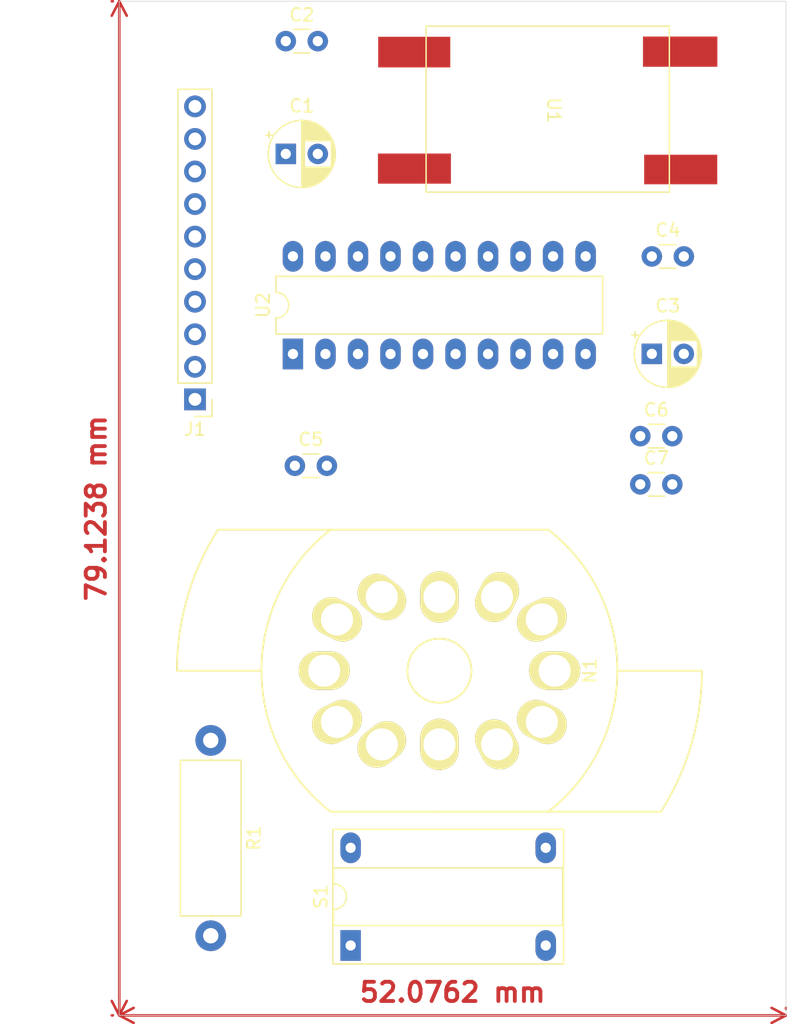
<source format=kicad_pcb>
(kicad_pcb (version 20240108) (generator "pcbnew") (generator_version "8.0")
  (title_block (title "Nixie Tube Clock - prototype") (company "Wholly Unnecessary Technologoes (WUT)"))
  (layers (0 "F.Cu" signal) (31 "B.Cu" signal) (35 "F.Paste" user) (36 "B.SilkS" user "B.Silkscreen") (37 "F.SilkS" user "F.Silkscreen") (38 "B.Mask" user) (39 "F.Mask" user) (44 "Edge.Cuts" user))
  (net 0 "")
  (net 1 "GND")
  (net 2 "Net-(J1-Pin_10)")
  (net 3 "Net-(S1-LV_IN)")
  (net 4 "Net-(J1-Pin_4)")
  (net 5 "Net-(J1-Pin_3)")
  (net 6 "Net-(J1-Pin_5)")
  (net 9 "Net-(J1-Pin_1)")
  (net 10 "Net-(J1-Pin_2)")
  (net 13 "Net-(N1-D5)")
  (net 14 "Net-(N1-D7)")
  (net 15 "Net-(N1-D3)")
  (net 16 "Net-(N1-A)")
  (net 19 "Net-(N1-D6)")
  (net 20 "Net-(N1-D0)")
  (net 21 "Net-(N1-D2)")
  (net 22 "Net-(N1-D1)")
  (net 23 "Net-(N1-D4)")
  (net 25 "Net-(S1-HV_OUT)")
  (footprint "Capacitor_THT:CP_Radial_D5.0mm_P2.50mm" (layer "F.Cu") (at 95.65 103.43)
    (property "Reference" "C1" (at 1.25 -3.75 0) (layer "F.SilkS"))
    (property "Value" "C")
    (fp_line (start -1.554775 -1.475) (end -1.054775 -1.475) (stroke (width 0.12)) (layer "F.SilkS"))
    (fp_line (start -1.304775 -1.725) (end -1.304775 -1.225) (stroke (width 0.12)) (layer "F.SilkS"))
    (fp_line (start 1.25 -2.58) (end 1.25 2.58) (stroke (width 0.12)) (layer "F.SilkS"))
    (fp_line (start 1.29 -2.58) (end 1.29 2.58) (stroke (width 0.12)) (layer "F.SilkS"))
    (fp_line (start 1.33 -2.579) (end 1.33 2.579) (stroke (width 0.12)) (layer "F.SilkS"))
    (fp_line (start 1.37 -2.578) (end 1.37 2.578) (stroke (width 0.12)) (layer "F.SilkS"))
    (fp_line (start 1.41 -2.576) (end 1.41 2.576) (stroke (width 0.12)) (layer "F.SilkS"))
    (fp_line (start 1.45 -2.573) (end 1.45 2.573) (stroke (width 0.12)) (layer "F.SilkS"))
    (fp_line (start 1.49 -2.569) (end 1.49 -1.04) (stroke (width 0.12)) (layer "F.SilkS"))
    (fp_line (start 1.49 1.04) (end 1.49 2.569) (stroke (width 0.12)) (layer "F.SilkS"))
    (fp_line (start 1.53 -2.565) (end 1.53 -1.04) (stroke (width 0.12)) (layer "F.SilkS"))
    (fp_line (start 1.53 1.04) (end 1.53 2.565) (stroke (width 0.12)) (layer "F.SilkS"))
    (fp_line (start 1.57 -2.561) (end 1.57 -1.04) (stroke (width 0.12)) (layer "F.SilkS"))
    (fp_line (start 1.57 1.04) (end 1.57 2.561) (stroke (width 0.12)) (layer "F.SilkS"))
    (fp_line (start 1.61 -2.556) (end 1.61 -1.04) (stroke (width 0.12)) (layer "F.SilkS"))
    (fp_line (start 1.61 1.04) (end 1.61 2.556) (stroke (width 0.12)) (layer "F.SilkS"))
    (fp_line (start 1.65 -2.55) (end 1.65 -1.04) (stroke (width 0.12)) (layer "F.SilkS"))
    (fp_line (start 1.65 1.04) (end 1.65 2.55) (stroke (width 0.12)) (layer "F.SilkS"))
    (fp_line (start 1.69 -2.543) (end 1.69 -1.04) (stroke (width 0.12)) (layer "F.SilkS"))
    (fp_line (start 1.69 1.04) (end 1.69 2.543) (stroke (width 0.12)) (layer "F.SilkS"))
    (fp_line (start 1.73 -2.536) (end 1.73 -1.04) (stroke (width 0.12)) (layer "F.SilkS"))
    (fp_line (start 1.73 1.04) (end 1.73 2.536) (stroke (width 0.12)) (layer "F.SilkS"))
    (fp_line (start 1.77 -2.528) (end 1.77 -1.04) (stroke (width 0.12)) (layer "F.SilkS"))
    (fp_line (start 1.77 1.04) (end 1.77 2.528) (stroke (width 0.12)) (layer "F.SilkS"))
    (fp_line (start 1.81 -2.52) (end 1.81 -1.04) (stroke (width 0.12)) (layer "F.SilkS"))
    (fp_line (start 1.81 1.04) (end 1.81 2.52) (stroke (width 0.12)) (layer "F.SilkS"))
    (fp_line (start 1.85 -2.511) (end 1.85 -1.04) (stroke (width 0.12)) (layer "F.SilkS"))
    (fp_line (start 1.85 1.04) (end 1.85 2.511) (stroke (width 0.12)) (layer "F.SilkS"))
    (fp_line (start 1.89 -2.501) (end 1.89 -1.04) (stroke (width 0.12)) (layer "F.SilkS"))
    (fp_line (start 1.89 1.04) (end 1.89 2.501) (stroke (width 0.12)) (layer "F.SilkS"))
    (fp_line (start 1.93 -2.491) (end 1.93 -1.04) (stroke (width 0.12)) (layer "F.SilkS"))
    (fp_line (start 1.93 1.04) (end 1.93 2.491) (stroke (width 0.12)) (layer "F.SilkS"))
    (fp_line (start 1.971 -2.48) (end 1.971 -1.04) (stroke (width 0.12)) (layer "F.SilkS"))
    (fp_line (start 1.971 1.04) (end 1.971 2.48) (stroke (width 0.12)) (layer "F.SilkS"))
    (fp_line (start 2.011 -2.468) (end 2.011 -1.04) (stroke (width 0.12)) (layer "F.SilkS"))
    (fp_line (start 2.011 1.04) (end 2.011 2.468) (stroke (width 0.12)) (layer "F.SilkS"))
    (fp_line (start 2.051 -2.455) (end 2.051 -1.04) (stroke (width 0.12)) (layer "F.SilkS"))
    (fp_line (start 2.051 1.04) (end 2.051 2.455) (stroke (width 0.12)) (layer "F.SilkS"))
    (fp_line (start 2.091 -2.442) (end 2.091 -1.04) (stroke (width 0.12)) (layer "F.SilkS"))
    (fp_line (start 2.091 1.04) (end 2.091 2.442) (stroke (width 0.12)) (layer "F.SilkS"))
    (fp_line (start 2.131 -2.428) (end 2.131 -1.04) (stroke (width 0.12)) (layer "F.SilkS"))
    (fp_line (start 2.131 1.04) (end 2.131 2.428) (stroke (width 0.12)) (layer "F.SilkS"))
    (fp_line (start 2.171 -2.414) (end 2.171 -1.04) (stroke (width 0.12)) (layer "F.SilkS"))
    (fp_line (start 2.171 1.04) (end 2.171 2.414) (stroke (width 0.12)) (layer "F.SilkS"))
    (fp_line (start 2.211 -2.398) (end 2.211 -1.04) (stroke (width 0.12)) (layer "F.SilkS"))
    (fp_line (start 2.211 1.04) (end 2.211 2.398) (stroke (width 0.12)) (layer "F.SilkS"))
    (fp_line (start 2.251 -2.382) (end 2.251 -1.04) (stroke (width 0.12)) (layer "F.SilkS"))
    (fp_line (start 2.251 1.04) (end 2.251 2.382) (stroke (width 0.12)) (layer "F.SilkS"))
    (fp_line (start 2.291 -2.365) (end 2.291 -1.04) (stroke (width 0.12)) (layer "F.SilkS"))
    (fp_line (start 2.291 1.04) (end 2.291 2.365) (stroke (width 0.12)) (layer "F.SilkS"))
    (fp_line (start 2.331 -2.348) (end 2.331 -1.04) (stroke (width 0.12)) (layer "F.SilkS"))
    (fp_line (start 2.331 1.04) (end 2.331 2.348) (stroke (width 0.12)) (layer "F.SilkS"))
    (fp_line (start 2.371 -2.329) (end 2.371 -1.04) (stroke (width 0.12)) (layer "F.SilkS"))
    (fp_line (start 2.371 1.04) (end 2.371 2.329) (stroke (width 0.12)) (layer "F.SilkS"))
    (fp_line (start 2.411 -2.31) (end 2.411 -1.04) (stroke (width 0.12)) (layer "F.SilkS"))
    (fp_line (start 2.411 1.04) (end 2.411 2.31) (stroke (width 0.12)) (layer "F.SilkS"))
    (fp_line (start 2.451 -2.29) (end 2.451 -1.04) (stroke (width 0.12)) (layer "F.SilkS"))
    (fp_line (start 2.451 1.04) (end 2.451 2.29) (stroke (width 0.12)) (layer "F.SilkS"))
    (fp_line (start 2.491 -2.268) (end 2.491 -1.04) (stroke (width 0.12)) (layer "F.SilkS"))
    (fp_line (start 2.491 1.04) (end 2.491 2.268) (stroke (width 0.12)) (layer "F.SilkS"))
    (fp_line (start 2.531 -2.247) (end 2.531 -1.04) (stroke (width 0.12)) (layer "F.SilkS"))
    (fp_line (start 2.531 1.04) (end 2.531 2.247) (stroke (width 0.12)) (layer "F.SilkS"))
    (fp_line (start 2.571 -2.224) (end 2.571 -1.04) (stroke (width 0.12)) (layer "F.SilkS"))
    (fp_line (start 2.571 1.04) (end 2.571 2.224) (stroke (width 0.12)) (layer "F.SilkS"))
    (fp_line (start 2.611 -2.2) (end 2.611 -1.04) (stroke (width 0.12)) (layer "F.SilkS"))
    (fp_line (start 2.611 1.04) (end 2.611 2.2) (stroke (width 0.12)) (layer "F.SilkS"))
    (fp_line (start 2.651 -2.175) (end 2.651 -1.04) (stroke (width 0.12)) (layer "F.SilkS"))
    (fp_line (start 2.651 1.04) (end 2.651 2.175) (stroke (width 0.12)) (layer "F.SilkS"))
    (fp_line (start 2.691 -2.149) (end 2.691 -1.04) (stroke (width 0.12)) (layer "F.SilkS"))
    (fp_line (start 2.691 1.04) (end 2.691 2.149) (stroke (width 0.12)) (layer "F.SilkS"))
    (fp_line (start 2.731 -2.122) (end 2.731 -1.04) (stroke (width 0.12)) (layer "F.SilkS"))
    (fp_line (start 2.731 1.04) (end 2.731 2.122) (stroke (width 0.12)) (layer "F.SilkS"))
    (fp_line (start 2.771 -2.095) (end 2.771 -1.04) (stroke (width 0.12)) (layer "F.SilkS"))
    (fp_line (start 2.771 1.04) (end 2.771 2.095) (stroke (width 0.12)) (layer "F.SilkS"))
    (fp_line (start 2.811 -2.065) (end 2.811 -1.04) (stroke (width 0.12)) (layer "F.SilkS"))
    (fp_line (start 2.811 1.04) (end 2.811 2.065) (stroke (width 0.12)) (layer "F.SilkS"))
    (fp_line (start 2.851 -2.035) (end 2.851 -1.04) (stroke (width 0.12)) (layer "F.SilkS"))
    (fp_line (start 2.851 1.04) (end 2.851 2.035) (stroke (width 0.12)) (layer "F.SilkS"))
    (fp_line (start 2.891 -2.004) (end 2.891 -1.04) (stroke (width 0.12)) (layer "F.SilkS"))
    (fp_line (start 2.891 1.04) (end 2.891 2.004) (stroke (width 0.12)) (layer "F.SilkS"))
    (fp_line (start 2.931 -1.971) (end 2.931 -1.04) (stroke (width 0.12)) (layer "F.SilkS"))
    (fp_line (start 2.931 1.04) (end 2.931 1.971) (stroke (width 0.12)) (layer "F.SilkS"))
    (fp_line (start 2.971 -1.937) (end 2.971 -1.04) (stroke (width 0.12)) (layer "F.SilkS"))
    (fp_line (start 2.971 1.04) (end 2.971 1.937) (stroke (width 0.12)) (layer "F.SilkS"))
    (fp_line (start 3.011 -1.901) (end 3.011 -1.04) (stroke (width 0.12)) (layer "F.SilkS"))
    (fp_line (start 3.011 1.04) (end 3.011 1.901) (stroke (width 0.12)) (layer "F.SilkS"))
    (fp_line (start 3.051 -1.864) (end 3.051 -1.04) (stroke (width 0.12)) (layer "F.SilkS"))
    (fp_line (start 3.051 1.04) (end 3.051 1.864) (stroke (width 0.12)) (layer "F.SilkS"))
    (fp_line (start 3.091 -1.826) (end 3.091 -1.04) (stroke (width 0.12)) (layer "F.SilkS"))
    (fp_line (start 3.091 1.04) (end 3.091 1.826) (stroke (width 0.12)) (layer "F.SilkS"))
    (fp_line (start 3.131 -1.785) (end 3.131 -1.04) (stroke (width 0.12)) (layer "F.SilkS"))
    (fp_line (start 3.131 1.04) (end 3.131 1.785) (stroke (width 0.12)) (layer "F.SilkS"))
    (fp_line (start 3.171 -1.743) (end 3.171 -1.04) (stroke (width 0.12)) (layer "F.SilkS"))
    (fp_line (start 3.171 1.04) (end 3.171 1.743) (stroke (width 0.12)) (layer "F.SilkS"))
    (fp_line (start 3.211 -1.699) (end 3.211 -1.04) (stroke (width 0.12)) (layer "F.SilkS"))
    (fp_line (start 3.211 1.04) (end 3.211 1.699) (stroke (width 0.12)) (layer "F.SilkS"))
    (fp_line (start 3.251 -1.653) (end 3.251 -1.04) (stroke (width 0.12)) (layer "F.SilkS"))
    (fp_line (start 3.251 1.04) (end 3.251 1.653) (stroke (width 0.12)) (layer "F.SilkS"))
    (fp_line (start 3.291 -1.605) (end 3.291 -1.04) (stroke (width 0.12)) (layer "F.SilkS"))
    (fp_line (start 3.291 1.04) (end 3.291 1.605) (stroke (width 0.12)) (layer "F.SilkS"))
    (fp_line (start 3.331 -1.554) (end 3.331 -1.04) (stroke (width 0.12)) (layer "F.SilkS"))
    (fp_line (start 3.331 1.04) (end 3.331 1.554) (stroke (width 0.12)) (layer "F.SilkS"))
    (fp_line (start 3.371 -1.5) (end 3.371 -1.04) (stroke (width 0.12)) (layer "F.SilkS"))
    (fp_line (start 3.371 1.04) (end 3.371 1.5) (stroke (width 0.12)) (layer "F.SilkS"))
    (fp_line (start 3.411 -1.443) (end 3.411 -1.04) (stroke (width 0.12)) (layer "F.SilkS"))
    (fp_line (start 3.411 1.04) (end 3.411 1.443) (stroke (width 0.12)) (layer "F.SilkS"))
    (fp_line (start 3.451 -1.383) (end 3.451 -1.04) (stroke (width 0.12)) (layer "F.SilkS"))
    (fp_line (start 3.451 1.04) (end 3.451 1.383) (stroke (width 0.12)) (layer "F.SilkS"))
    (fp_line (start 3.491 -1.319) (end 3.491 -1.04) (stroke (width 0.12)) (layer "F.SilkS"))
    (fp_line (start 3.491 1.04) (end 3.491 1.319) (stroke (width 0.12)) (layer "F.SilkS"))
    (fp_line (start 3.531 -1.251) (end 3.531 -1.04) (stroke (width 0.12)) (layer "F.SilkS"))
    (fp_line (start 3.531 1.04) (end 3.531 1.251) (stroke (width 0.12)) (layer "F.SilkS"))
    (fp_line (start 3.571 -1.178) (end 3.571 1.178) (stroke (width 0.12)) (layer "F.SilkS"))
    (fp_line (start 3.611 -1.098) (end 3.611 1.098) (stroke (width 0.12)) (layer "F.SilkS"))
    (fp_line (start 3.651 -1.011) (end 3.651 1.011) (stroke (width 0.12)) (layer "F.SilkS"))
    (fp_line (start 3.691 -0.915) (end 3.691 0.915) (stroke (width 0.12)) (layer "F.SilkS"))
    (fp_line (start 3.731 -0.805) (end 3.731 0.805) (stroke (width 0.12)) (layer "F.SilkS"))
    (fp_line (start 3.771 -0.677) (end 3.771 0.677) (stroke (width 0.12)) (layer "F.SilkS"))
    (fp_line (start 3.811 -0.518) (end 3.811 0.518) (stroke (width 0.12)) (layer "F.SilkS"))
    (fp_line (start 3.851 -0.284) (end 3.851 0.284) (stroke (width 0.12)) (layer "F.SilkS"))
    (fp_circle (center 1.25 0) (end 3.87 0) (stroke (width 0.12)) (fill none) (layer "F.SilkS"))
    (pad "1" thru_hole rect (at 0 0) (size 1.6 1.6) (drill 0.8) (layers "*.Cu" "*.Mask") (net 2 "Net-(J1-Pin_10)"))
    (pad "2" thru_hole circle (at 2.5 0) (size 1.6 1.6) (drill 0.8) (layers "*.Cu" "*.Mask") (net 1 "GND"))
  )
  (footprint "Capacitor_THT:C_Disc_D3.0mm_W1.6mm_P2.50mm" (layer "F.Cu") (at 96.36 127.76)
    (property "Reference" "C5" (at 1.25 -2.05 0) (layer "F.SilkS"))
    (property "Value" "C")
    (fp_line (start 0.621 -0.92) (end 1.879 -0.92) (stroke (width 0.12)) (layer "F.SilkS"))
    (fp_line (start 0.621 0.92) (end 1.879 0.92) (stroke (width 0.12)) (layer "F.SilkS"))
    (pad "1" thru_hole circle (at 0 0) (size 1.6 1.6) (drill 0.8) (layers "*.Cu" "*.Mask") (net 2 "Net-(J1-Pin_10)"))
    (pad "2" thru_hole circle (at 2.5 0) (size 1.6 1.6) (drill 0.8) (layers "*.Cu" "*.Mask") (net 1 "GND"))
  )
  (footprint "Capacitor_THT:C_Disc_D3.0mm_W1.6mm_P2.50mm" (layer "F.Cu") (at 123.34 125.45)
    (property "Reference" "C6" (at 1.25 -2.05 0) (layer "F.SilkS"))
    (property "Value" "C")
    (fp_line (start 0.621 -0.92) (end 1.879 -0.92) (stroke (width 0.12)) (layer "F.SilkS"))
    (fp_line (start 0.621 0.92) (end 1.879 0.92) (stroke (width 0.12)) (layer "F.SilkS"))
    (pad "1" thru_hole circle (at 0 0) (size 1.6 1.6) (drill 0.8) (layers "*.Cu" "*.Mask") (net 2 "Net-(J1-Pin_10)"))
    (pad "2" thru_hole circle (at 2.5 0) (size 1.6 1.6) (drill 0.8) (layers "*.Cu" "*.Mask") (net 1 "GND"))
  )
  (footprint "NixComp:NCH8200HV_Socket_LongPads" (layer "F.Cu") (at 100.715 165.19 90)
    (property "Reference" "S1" (at 3.81 -2.33 90) (layer "F.SilkS"))
    (property "Value" "~")
    (fp_line (start 9.06 -1.39) (end -1.44 -1.39) (stroke (width 0.12)) (layer "F.SilkS"))
    (fp_line (start -1.44 -1.39) (end -1.44 16.63) (stroke (width 0.12)) (layer "F.SilkS"))
    (fp_line (start 6.06 -1.33) (end 4.81 -1.33) (stroke (width 0.12)) (layer "F.SilkS"))
    (fp_line (start 2.81 -1.33) (end 1.56 -1.33) (stroke (width 0.12)) (layer "F.SilkS"))
    (fp_line (start 1.56 -1.33) (end 1.56 16.57) (stroke (width 0.12)) (layer "F.SilkS"))
    (fp_line (start 6.06 16.57) (end 6.06 -1.33) (stroke (width 0.12)) (layer "F.SilkS"))
    (fp_line (start 1.56 16.57) (end 6.06 16.57) (stroke (width 0.12)) (layer "F.SilkS"))
    (fp_line (start 9.06 16.63) (end 9.06 -1.39) (stroke (width 0.12)) (layer "F.SilkS"))
    (fp_line (start -1.44 16.63) (end 9.06 16.63) (stroke (width 0.12)) (layer "F.SilkS"))
    (fp_arc (start 4.81 -1.33) (mid 3.81 -0.33) (end 2.81 -1.33) (stroke (width 0.12)) (layer "F.SilkS"))
    (pad "1" thru_hole rect (at 0 0 90) (size 2.4 1.6) (drill 0.8) (layers "*.Cu" "*.Mask") (net 3 "Net-(S1-LV_IN)"))
    (pad "2" thru_hole oval (at 0 15.24 90) (size 2.4 1.6) (drill 0.8) (layers "*.Cu" "*.Mask") (net 1 "GND"))
    (pad "3" thru_hole oval (at 7.62 15.24 90) (size 2.4 1.6) (drill 0.8) (layers "*.Cu" "*.Mask") (net 1 "GND"))
    (pad "4" thru_hole oval (at 7.62 0 90) (size 2.4 1.6) (drill 0.8) (layers "*.Cu" "*.Mask") (net 25 "Net-(S1-HV_OUT)"))
  )
  (footprint "Connector_PinHeader_2.54mm:PinHeader_1x10_P2.54mm_Vertical" (layer "F.Cu") (at 88.56 122.58 180)
    (property "Reference" "J1" (at 0 -2.33 0) (layer "F.SilkS"))
    (property "Value" "Conn_01x10_Pin")
    (fp_line (start 1.33 1.27) (end 1.33 24.19) (stroke (width 0.12)) (layer "F.SilkS"))
    (fp_line (start -1.33 24.19) (end 1.33 24.19) (stroke (width 0.12)) (layer "F.SilkS"))
    (fp_line (start -1.33 1.27) (end 1.33 1.27) (stroke (width 0.12)) (layer "F.SilkS"))
    (fp_line (start -1.33 1.27) (end -1.33 24.19) (stroke (width 0.12)) (layer "F.SilkS"))
    (fp_line (start -1.33 0) (end -1.33 -1.33) (stroke (width 0.12)) (layer "F.SilkS"))
    (fp_line (start -1.33 -1.33) (end 0 -1.33) (stroke (width 0.12)) (layer "F.SilkS"))
    (pad "1" thru_hole rect (at 0 0 180) (size 1.7 1.7) (drill 1) (layers "*.Cu" "*.Mask") (net 9 "Net-(J1-Pin_1)"))
    (pad "2" thru_hole oval (at 0 2.54 180) (size 1.7 1.7) (drill 1) (layers "*.Cu" "*.Mask") (net 10 "Net-(J1-Pin_2)"))
    (pad "3" thru_hole oval (at 0 5.08 180) (size 1.7 1.7) (drill 1) (layers "*.Cu" "*.Mask") (net 5 "Net-(J1-Pin_3)"))
    (pad "4" thru_hole oval (at 0 7.62 180) (size 1.7 1.7) (drill 1) (layers "*.Cu" "*.Mask") (net 4 "Net-(J1-Pin_4)"))
    (pad "5" thru_hole oval (at 0 10.16 180) (size 1.7 1.7) (drill 1) (layers "*.Cu" "*.Mask") (net 6 "Net-(J1-Pin_5)"))
    (pad "6" thru_hole oval (at 0 12.7 180) (size 1.7 1.7) (drill 1) (layers "*.Cu" "*.Mask"))
    (pad "7" thru_hole oval (at 0 15.24 180) (size 1.7 1.7) (drill 1) (layers "*.Cu" "*.Mask"))
    (pad "8" thru_hole oval (at 0 17.78 180) (size 1.7 1.7) (drill 1) (layers "*.Cu" "*.Mask"))
    (pad "9" thru_hole oval (at 0 20.32 180) (size 1.7 1.7) (drill 1) (layers "*.Cu" "*.Mask") (net 2 "Net-(J1-Pin_10)"))
    (pad "10" thru_hole oval (at 0 22.86 180) (size 1.7 1.7) (drill 1) (layers "*.Cu" "*.Mask") (net 2 "Net-(J1-Pin_10)"))
  )
  (footprint "Capacitor_THT:C_Disc_D3.0mm_W1.6mm_P2.50mm" (layer "F.Cu") (at 95.65 94.63)
    (property "Reference" "C2" (at 1.25 -2.05 0) (layer "F.SilkS"))
    (property "Value" "C")
    (fp_line (start 0.621 -0.92) (end 1.879 -0.92) (stroke (width 0.12)) (layer "F.SilkS"))
    (fp_line (start 0.621 0.92) (end 1.879 0.92) (stroke (width 0.12)) (layer "F.SilkS"))
    (pad "1" thru_hole circle (at 0 0) (size 1.6 1.6) (drill 0.8) (layers "*.Cu" "*.Mask") (net 2 "Net-(J1-Pin_10)"))
    (pad "2" thru_hole circle (at 2.5 0) (size 1.6 1.6) (drill 0.8) (layers "*.Cu" "*.Mask") (net 1 "GND"))
  )
  (footprint "NixComp:IN_12B_Socket" (layer "F.Cu") (at 107.65 143.75 90)
    (property "Reference" "N1" (at 0 11.75 90) (layer "F.SilkS"))
    (property "Value" "~")
    (fp_line (start 0 -20.5) (end 0 -14) (stroke (width 0.15)) (layer "F.SilkS"))
    (fp_line (start 11 -17.3) (end 11 -8.5) (stroke (width 0.15)) (layer "F.SilkS"))
    (fp_line (start 11 0) (end 11 -8.5) (stroke (width 0.15)) (layer "F.SilkS"))
    (fp_line (start 11 0) (end 11 8.5) (stroke (width 0.15)) (layer "F.SilkS"))
    (fp_line (start -11 0) (end -11 -8.5) (stroke (width 0.15)) (layer "F.SilkS"))
    (fp_line (start -11 0) (end -11 8.5) (stroke (width 0.15)) (layer "F.SilkS"))
    (fp_line (start -11 17.3) (end -11 8.5) (stroke (width 0.15)) (layer "F.SilkS"))
    (fp_line (start 0 20.5) (end 0 14) (stroke (width 0.15)) (layer "F.SilkS"))
    (fp_arc (start 0 -20.5) (mid 5.684951 -19.695973) (end 10.923964 -17.34696) (stroke (width 0.15)) (layer "F.SilkS"))
    (fp_arc (start -11 -8.5) (mid 0.010734 -13.901435) (end 11.013113 -8.483003) (stroke (width 0.15)) (layer "F.SilkS"))
    (fp_arc (start 11 8.5) (mid -0.010734 13.901435) (end -11.013113 8.483003) (stroke (width 0.15)) (layer "F.SilkS"))
    (fp_arc (start 0 20.5) (mid -5.702136 19.691004) (end -10.954223 17.327868) (stroke (width 0.15)) (layer "F.SilkS"))
    (fp_circle (center 0 0) (end 2.5 0) (stroke (width 0.15)) (fill none) (layer "F.SilkS"))
    (pad "1" thru_hole oval (at 4 -8 63.4) (size 3 4) (drill 2.5) (layers "*.Cu" "*.Mask" "F.SilkS") (net 16 "Net-(N1-A)"))
    (pad "2" thru_hole oval (at 5.75 -4.5 52) (size 3 4) (drill 2.5) (layers "*.Cu" "*.Mask" "F.SilkS") (net 20 "Net-(N1-D0)"))
    (pad "3" thru_hole oval (at 5.75 0) (size 3 4) (drill 2.5) (layers "*.Cu" "*.Mask" "F.SilkS"))
    (pad "4" thru_hole oval (at 5.75 4.5 333.4) (size 3 4) (drill 2.5) (layers "*.Cu" "*.Mask" "F.SilkS"))
    (pad "5" thru_hole oval (at 4 8 296.6) (size 3 4) (drill 2.5) (layers "*.Cu" "*.Mask" "F.SilkS") (net 14 "Net-(N1-D7)"))
    (pad "6" thru_hole oval (at 0 9 90) (size 3 4) (drill 2.5) (layers "*.Cu" "*.Mask" "F.SilkS") (net 19 "Net-(N1-D6)"))
    (pad "7" thru_hole oval (at -4 8 243.4) (size 3 4) (drill 2.5) (layers "*.Cu" "*.Mask" "F.SilkS") (net 13 "Net-(N1-D5)"))
    (pad "8" thru_hole oval (at -5.75 4.5 206.6) (size 3 4) (drill 2.5) (layers "*.Cu" "*.Mask" "F.SilkS") (net 23 "Net-(N1-D4)"))
    (pad "9" thru_hole oval (at -5.75 0 180) (size 3 4) (drill 2.5) (layers "*.Cu" "*.Mask" "F.SilkS") (net 15 "Net-(N1-D3)"))
    (pad "10" thru_hole oval (at -5.75 -4.5 128) (size 3 4) (drill 2.5) (layers "*.Cu" "*.Mask" "F.SilkS") (net 21 "Net-(N1-D2)"))
    (pad "11" thru_hole oval (at -4 -8 116.6) (size 3 4) (drill 2.5) (layers "*.Cu" "*.Mask" "F.SilkS") (net 22 "Net-(N1-D1)"))
    (pad "12" thru_hole oval (at 0 -9 90) (size 3 4) (drill 2.5) (layers "*.Cu" "*.Mask" "F.SilkS"))
  )
  (footprint "Resistor_THT:R_Axial_DIN0414_L11.9mm_D4.5mm_P15.24mm_Horizontal" (layer "F.Cu") (at 89.79 149.19 -90)
    (property "Reference" "R1" (at 7.62 -3.37 90) (layer "F.SilkS"))
    (property "Value" "R")
    (fp_line (start 1.55 2.37) (end 13.69 2.37) (stroke (width 0.12)) (layer "F.SilkS"))
    (fp_line (start 13.69 2.37) (end 13.69 -2.37) (stroke (width 0.12)) (layer "F.SilkS"))
    (fp_line (start 1.44 0) (end 1.55 0) (stroke (width 0.12)) (layer "F.SilkS"))
    (fp_line (start 13.8 0) (end 13.69 0) (stroke (width 0.12)) (layer "F.SilkS"))
    (fp_line (start 1.55 -2.37) (end 1.55 2.37) (stroke (width 0.12)) (layer "F.SilkS"))
    (fp_line (start 13.69 -2.37) (end 1.55 -2.37) (stroke (width 0.12)) (layer "F.SilkS"))
    (pad "1" thru_hole circle (at 0 0 270) (size 2.4 2.4) (drill 1.2) (layers "*.Cu" "*.Mask") (net 16 "Net-(N1-A)"))
    (pad "2" thru_hole oval (at 15.24 0 270) (size 2.4 2.4) (drill 1.2) (layers "*.Cu" "*.Mask") (net 25 "Net-(S1-HV_OUT)"))
  )
  (footprint "Package_DIP:DIP-20_W7.62mm_LongPads" (layer "F.Cu") (at 96.21 119.04 90)
    (property "Reference" "U2" (at 3.81 -2.33 90) (layer "F.SilkS"))
    (property "Value" "TPIC6595")
    (fp_line (start 6.06 -1.33) (end 4.81 -1.33) (stroke (width 0.12)) (layer "F.SilkS"))
    (fp_line (start 2.81 -1.33) (end 1.56 -1.33) (stroke (width 0.12)) (layer "F.SilkS"))
    (fp_line (start 1.56 -1.33) (end 1.56 24.19) (stroke (width 0.12)) (layer "F.SilkS"))
    (fp_line (start 6.06 24.19) (end 6.06 -1.33) (stroke (width 0.12)) (layer "F.SilkS"))
    (fp_line (start 1.56 24.19) (end 6.06 24.19) (stroke (width 0.12)) (layer "F.SilkS"))
    (fp_arc (start 4.81 -1.33) (mid 3.81 -0.33) (end 2.81 -1.33) (stroke (width 0.12)) (layer "F.SilkS"))
    (pad "1" thru_hole rect (at 0 0 90) (size 2.4 1.6) (drill 0.8) (layers "*.Cu" "*.Mask") (net 1 "GND"))
    (pad "2" thru_hole oval (at 0 2.54 90) (size 2.4 1.6) (drill 0.8) (layers "*.Cu" "*.Mask") (net 3 "Net-(S1-LV_IN)"))
    (pad "3" thru_hole oval (at 0 5.08 90) (size 2.4 1.6) (drill 0.8) (layers "*.Cu" "*.Mask") (net 9 "Net-(J1-Pin_1)"))
    (pad "4" thru_hole oval (at 0 7.62 90) (size 2.4 1.6) (drill 0.8) (layers "*.Cu" "*.Mask") (net 20 "Net-(N1-D0)"))
    (pad "5" thru_hole oval (at 0 10.16 90) (size 2.4 1.6) (drill 0.8) (layers "*.Cu" "*.Mask") (net 22 "Net-(N1-D1)"))
    (pad "6" thru_hole oval (at 0 12.7 90) (size 2.4 1.6) (drill 0.8) (layers "*.Cu" "*.Mask") (net 21 "Net-(N1-D2)"))
    (pad "7" thru_hole oval (at 0 15.24 90) (size 2.4 1.6) (drill 0.8) (layers "*.Cu" "*.Mask") (net 15 "Net-(N1-D3)"))
    (pad "8" thru_hole oval (at 0 17.78 90) (size 2.4 1.6) (drill 0.8) (layers "*.Cu" "*.Mask") (net 5 "Net-(J1-Pin_3)"))
    (pad "9" thru_hole oval (at 0 20.32 90) (size 2.4 1.6) (drill 0.8) (layers "*.Cu" "*.Mask") (net 6 "Net-(J1-Pin_5)"))
    (pad "10" thru_hole oval (at 0 22.86 90) (size 2.4 1.6) (drill 0.8) (layers "*.Cu" "*.Mask") (net 1 "GND"))
    (pad "11" thru_hole oval (at 7.62 22.86 90) (size 2.4 1.6) (drill 0.8) (layers "*.Cu" "*.Mask") (net 1 "GND"))
    (pad "12" thru_hole oval (at 7.62 20.32 90) (size 2.4 1.6) (drill 0.8) (layers "*.Cu" "*.Mask") (net 4 "Net-(J1-Pin_4)"))
    (pad "13" thru_hole oval (at 7.62 17.78 90) (size 2.4 1.6) (drill 0.8) (layers "*.Cu" "*.Mask") (net 10 "Net-(J1-Pin_2)"))
    (pad "14" thru_hole oval (at 7.62 15.24 90) (size 2.4 1.6) (drill 0.8) (layers "*.Cu" "*.Mask") (net 23 "Net-(N1-D4)"))
    (pad "15" thru_hole oval (at 7.62 12.7 90) (size 2.4 1.6) (drill 0.8) (layers "*.Cu" "*.Mask") (net 13 "Net-(N1-D5)"))
    (pad "16" thru_hole oval (at 7.62 10.16 90) (size 2.4 1.6) (drill 0.8) (layers "*.Cu" "*.Mask") (net 19 "Net-(N1-D6)"))
    (pad "17" thru_hole oval (at 7.62 7.62 90) (size 2.4 1.6) (drill 0.8) (layers "*.Cu" "*.Mask") (net 14 "Net-(N1-D7)"))
    (pad "18" thru_hole oval (at 7.62 5.08 90) (size 2.4 1.6) (drill 0.8) (layers "*.Cu" "*.Mask"))
    (pad "19" thru_hole oval (at 7.62 2.54 90) (size 2.4 1.6) (drill 0.8) (layers "*.Cu" "*.Mask") (net 1 "GND"))
    (pad "20" thru_hole oval (at 7.62 0 90) (size 2.4 1.6) (drill 0.8) (layers "*.Cu" "*.Mask") (net 1 "GND"))
  )
  (footprint "Capacitor_THT:C_Disc_D3.0mm_W1.6mm_P2.50mm" (layer "F.Cu") (at 123.34 129.21)
    (property "Reference" "C7" (at 1.25 -2.05 0) (layer "F.SilkS"))
    (property "Value" "C")
    (fp_line (start 0.621 -0.92) (end 1.879 -0.92) (stroke (width 0.12)) (layer "F.SilkS"))
    (fp_line (start 0.621 0.92) (end 1.879 0.92) (stroke (width 0.12)) (layer "F.SilkS"))
    (pad "1" thru_hole circle (at 0 0) (size 1.6 1.6) (drill 0.8) (layers "*.Cu" "*.Mask") (net 2 "Net-(J1-Pin_10)"))
    (pad "2" thru_hole circle (at 2.5 0) (size 1.6 1.6) (drill 0.8) (layers "*.Cu" "*.Mask") (net 1 "GND"))
  )
  (footprint "Capacitor_THT:CP_Radial_D5.0mm_P2.50mm" (layer "F.Cu") (at 124.24 119.03)
    (property "Reference" "C3" (at 1.25 -3.75 0) (layer "F.SilkS"))
    (property "Value" "C")
    (fp_line (start -1.554775 -1.475) (end -1.054775 -1.475) (stroke (width 0.12)) (layer "F.SilkS"))
    (fp_line (start -1.304775 -1.725) (end -1.304775 -1.225) (stroke (width 0.12)) (layer "F.SilkS"))
    (fp_line (start 1.25 -2.58) (end 1.25 2.58) (stroke (width 0.12)) (layer "F.SilkS"))
    (fp_line (start 1.29 -2.58) (end 1.29 2.58) (stroke (width 0.12)) (layer "F.SilkS"))
    (fp_line (start 1.33 -2.579) (end 1.33 2.579) (stroke (width 0.12)) (layer "F.SilkS"))
    (fp_line (start 1.37 -2.578) (end 1.37 2.578) (stroke (width 0.12)) (layer "F.SilkS"))
    (fp_line (start 1.41 -2.576) (end 1.41 2.576) (stroke (width 0.12)) (layer "F.SilkS"))
    (fp_line (start 1.45 -2.573) (end 1.45 2.573) (stroke (width 0.12)) (layer "F.SilkS"))
    (fp_line (start 1.49 -2.569) (end 1.49 -1.04) (stroke (width 0.12)) (layer "F.SilkS"))
    (fp_line (start 1.49 1.04) (end 1.49 2.569) (stroke (width 0.12)) (layer "F.SilkS"))
    (fp_line (start 1.53 -2.565) (end 1.53 -1.04) (stroke (width 0.12)) (layer "F.SilkS"))
    (fp_line (start 1.53 1.04) (end 1.53 2.565) (stroke (width 0.12)) (layer "F.SilkS"))
    (fp_line (start 1.57 -2.561) (end 1.57 -1.04) (stroke (width 0.12)) (layer "F.SilkS"))
    (fp_line (start 1.57 1.04) (end 1.57 2.561) (stroke (width 0.12)) (layer "F.SilkS"))
    (fp_line (start 1.61 -2.556) (end 1.61 -1.04) (stroke (width 0.12)) (layer "F.SilkS"))
    (fp_line (start 1.61 1.04) (end 1.61 2.556) (stroke (width 0.12)) (layer "F.SilkS"))
    (fp_line (start 1.65 -2.55) (end 1.65 -1.04) (stroke (width 0.12)) (layer "F.SilkS"))
    (fp_line (start 1.65 1.04) (end 1.65 2.55) (stroke (width 0.12)) (layer "F.SilkS"))
    (fp_line (start 1.69 -2.543) (end 1.69 -1.04) (stroke (width 0.12)) (layer "F.SilkS"))
    (fp_line (start 1.69 1.04) (end 1.69 2.543) (stroke (width 0.12)) (layer "F.SilkS"))
    (fp_line (start 1.73 -2.536) (end 1.73 -1.04) (stroke (width 0.12)) (layer "F.SilkS"))
    (fp_line (start 1.73 1.04) (end 1.73 2.536) (stroke (width 0.12)) (layer "F.SilkS"))
    (fp_line (start 1.77 -2.528) (end 1.77 -1.04) (stroke (width 0.12)) (layer "F.SilkS"))
    (fp_line (start 1.77 1.04) (end 1.77 2.528) (stroke (width 0.12)) (layer "F.SilkS"))
    (fp_line (start 1.81 -2.52) (end 1.81 -1.04) (stroke (width 0.12)) (layer "F.SilkS"))
    (fp_line (start 1.81 1.04) (end 1.81 2.52) (stroke (width 0.12)) (layer "F.SilkS"))
    (fp_line (start 1.85 -2.511) (end 1.85 -1.04) (stroke (width 0.12)) (layer "F.SilkS"))
    (fp_line (start 1.85 1.04) (end 1.85 2.511) (stroke (width 0.12)) (layer "F.SilkS"))
    (fp_line (start 1.89 -2.501) (end 1.89 -1.04) (stroke (width 0.12)) (layer "F.SilkS"))
    (fp_line (start 1.89 1.04) (end 1.89 2.501) (stroke (width 0.12)) (layer "F.SilkS"))
    (fp_line (start 1.93 -2.491) (end 1.93 -1.04) (stroke (width 0.12)) (layer "F.SilkS"))
    (fp_line (start 1.93 1.04) (end 1.93 2.491) (stroke (width 0.12)) (layer "F.SilkS"))
    (fp_line (start 1.971 -2.48) (end 1.971 -1.04) (stroke (width 0.12)) (layer "F.SilkS"))
    (fp_line (start 1.971 1.04) (end 1.971 2.48) (stroke (width 0.12)) (layer "F.SilkS"))
    (fp_line (start 2.011 -2.468) (end 2.011 -1.04) (stroke (width 0.12)) (layer "F.SilkS"))
    (fp_line (start 2.011 1.04) (end 2.011 2.468) (stroke (width 0.12)) (layer "F.SilkS"))
    (fp_line (start 2.051 -2.455) (end 2.051 -1.04) (stroke (width 0.12)) (layer "F.SilkS"))
    (fp_line (start 2.051 1.04) (end 2.051 2.455) (stroke (width 0.12)) (layer "F.SilkS"))
    (fp_line (start 2.091 -2.442) (end 2.091 -1.04) (stroke (width 0.12)) (layer "F.SilkS"))
    (fp_line (start 2.091 1.04) (end 2.091 2.442) (stroke (width 0.12)) (layer "F.SilkS"))
    (fp_line (start 2.131 -2.428) (end 2.131 -1.04) (stroke (width 0.12)) (layer "F.SilkS"))
    (fp_line (start 2.131 1.04) (end 2.131 2.428) (stroke (width 0.12)) (layer "F.SilkS"))
    (fp_line (start 2.171 -2.414) (end 2.171 -1.04) (stroke (width 0.12)) (layer "F.SilkS"))
    (fp_line (start 2.171 1.04) (end 2.171 2.414) (stroke (width 0.12)) (layer "F.SilkS"))
    (fp_line (start 2.211 -2.398) (end 2.211 -1.04) (stroke (width 0.12)) (layer "F.SilkS"))
    (fp_line (start 2.211 1.04) (end 2.211 2.398) (stroke (width 0.12)) (layer "F.SilkS"))
    (fp_line (start 2.251 -2.382) (end 2.251 -1.04) (stroke (width 0.12)) (layer "F.SilkS"))
    (fp_line (start 2.251 1.04) (end 2.251 2.382) (stroke (width 0.12)) (layer "F.SilkS"))
    (fp_line (start 2.291 -2.365) (end 2.291 -1.04) (stroke (width 0.12)) (layer "F.SilkS"))
    (fp_line (start 2.291 1.04) (end 2.291 2.365) (stroke (width 0.12)) (layer "F.SilkS"))
    (fp_line (start 2.331 -2.348) (end 2.331 -1.04) (stroke (width 0.12)) (layer "F.SilkS"))
    (fp_line (start 2.331 1.04) (end 2.331 2.348) (stroke (width 0.12)) (layer "F.SilkS"))
    (fp_line (start 2.371 -2.329) (end 2.371 -1.04) (stroke (width 0.12)) (layer "F.SilkS"))
    (fp_line (start 2.371 1.04) (end 2.371 2.329) (stroke (width 0.12)) (layer "F.SilkS"))
    (fp_line (start 2.411 -2.31) (end 2.411 -1.04) (stroke (width 0.12)) (layer "F.SilkS"))
    (fp_line (start 2.411 1.04) (end 2.411 2.31) (stroke (width 0.12)) (layer "F.SilkS"))
    (fp_line (start 2.451 -2.29) (end 2.451 -1.04) (stroke (width 0.12)) (layer "F.SilkS"))
    (fp_line (start 2.451 1.04) (end 2.451 2.29) (stroke (width 0.12)) (layer "F.SilkS"))
    (fp_line (start 2.491 -2.268) (end 2.491 -1.04) (stroke (width 0.12)) (layer "F.SilkS"))
    (fp_line (start 2.491 1.04) (end 2.491 2.268) (stroke (width 0.12)) (layer "F.SilkS"))
    (fp_line (start 2.531 -2.247) (end 2.531 -1.04) (stroke (width 0.12)) (layer "F.SilkS"))
    (fp_line (start 2.531 1.04) (end 2.531 2.247) (stroke (width 0.12)) (layer "F.SilkS"))
    (fp_line (start 2.571 -2.224) (end 2.571 -1.04) (stroke (width 0.12)) (layer "F.SilkS"))
    (fp_line (start 2.571 1.04) (end 2.571 2.224) (stroke (width 0.12)) (layer "F.SilkS"))
    (fp_line (start 2.611 -2.2) (end 2.611 -1.04) (stroke (width 0.12)) (layer "F.SilkS"))
    (fp_line (start 2.611 1.04) (end 2.611 2.2) (stroke (width 0.12)) (layer "F.SilkS"))
    (fp_line (start 2.651 -2.175) (end 2.651 -1.04) (stroke (width 0.12)) (layer "F.SilkS"))
    (fp_line (start 2.651 1.04) (end 2.651 2.175) (stroke (width 0.12)) (layer "F.SilkS"))
    (fp_line (start 2.691 -2.149) (end 2.691 -1.04) (stroke (width 0.12)) (layer "F.SilkS"))
    (fp_line (start 2.691 1.04) (end 2.691 2.149) (stroke (width 0.12)) (layer "F.SilkS"))
    (fp_line (start 2.731 -2.122) (end 2.731 -1.04) (stroke (width 0.12)) (layer "F.SilkS"))
    (fp_line (start 2.731 1.04) (end 2.731 2.122) (stroke (width 0.12)) (layer "F.SilkS"))
    (fp_line (start 2.771 -2.095) (end 2.771 -1.04) (stroke (width 0.12)) (layer "F.SilkS"))
    (fp_line (start 2.771 1.04) (end 2.771 2.095) (stroke (width 0.12)) (layer "F.SilkS"))
    (fp_line (start 2.811 -2.065) (end 2.811 -1.04) (stroke (width 0.12)) (layer "F.SilkS"))
    (fp_line (start 2.811 1.04) (end 2.811 2.065) (stroke (width 0.12)) (layer "F.SilkS"))
    (fp_line (start 2.851 -2.035) (end 2.851 -1.04) (stroke (width 0.12)) (layer "F.SilkS"))
    (fp_line (start 2.851 1.04) (end 2.851 2.035) (stroke (width 0.12)) (layer "F.SilkS"))
    (fp_line (start 2.891 -2.004) (end 2.891 -1.04) (stroke (width 0.12)) (layer "F.SilkS"))
    (fp_line (start 2.891 1.04) (end 2.891 2.004) (stroke (width 0.12)) (layer "F.SilkS"))
    (fp_line (start 2.931 -1.971) (end 2.931 -1.04) (stroke (width 0.12)) (layer "F.SilkS"))
    (fp_line (start 2.931 1.04) (end 2.931 1.971) (stroke (width 0.12)) (layer "F.SilkS"))
    (fp_line (start 2.971 -1.937) (end 2.971 -1.04) (stroke (width 0.12)) (layer "F.SilkS"))
    (fp_line (start 2.971 1.04) (end 2.971 1.937) (stroke (width 0.12)) (layer "F.SilkS"))
    (fp_line (start 3.011 -1.901) (end 3.011 -1.04) (stroke (width 0.12)) (layer "F.SilkS"))
    (fp_line (start 3.011 1.04) (end 3.011 1.901) (stroke (width 0.12)) (layer "F.SilkS"))
    (fp_line (start 3.051 -1.864) (end 3.051 -1.04) (stroke (width 0.12)) (layer "F.SilkS"))
    (fp_line (start 3.051 1.04) (end 3.051 1.864) (stroke (width 0.12)) (layer "F.SilkS"))
    (fp_line (start 3.091 -1.826) (end 3.091 -1.04) (stroke (width 0.12)) (layer "F.SilkS"))
    (fp_line (start 3.091 1.04) (end 3.091 1.826) (stroke (width 0.12)) (layer "F.SilkS"))
    (fp_line (start 3.131 -1.785) (end 3.131 -1.04) (stroke (width 0.12)) (layer "F.SilkS"))
    (fp_line (start 3.131 1.04) (end 3.131 1.785) (stroke (width 0.12)) (layer "F.SilkS"))
    (fp_line (start 3.171 -1.743) (end 3.171 -1.04) (stroke (width 0.12)) (layer "F.SilkS"))
    (fp_line (start 3.171 1.04) (end 3.171 1.743) (stroke (width 0.12)) (layer "F.SilkS"))
    (fp_line (start 3.211 -1.699) (end 3.211 -1.04) (stroke (width 0.12)) (layer "F.SilkS"))
    (fp_line (start 3.211 1.04) (end 3.211 1.699) (stroke (width 0.12)) (layer "F.SilkS"))
    (fp_line (start 3.251 -1.653) (end 3.251 -1.04) (stroke (width 0.12)) (layer "F.SilkS"))
    (fp_line (start 3.251 1.04) (end 3.251 1.653) (stroke (width 0.12)) (layer "F.SilkS"))
    (fp_line (start 3.291 -1.605) (end 3.291 -1.04) (stroke (width 0.12)) (layer "F.SilkS"))
    (fp_line (start 3.291 1.04) (end 3.291 1.605) (stroke (width 0.12)) (layer "F.SilkS"))
    (fp_line (start 3.331 -1.554) (end 3.331 -1.04) (stroke (width 0.12)) (layer "F.SilkS"))
    (fp_line (start 3.331 1.04) (end 3.331 1.554) (stroke (width 0.12)) (layer "F.SilkS"))
    (fp_line (start 3.371 -1.5) (end 3.371 -1.04) (stroke (width 0.12)) (layer "F.SilkS"))
    (fp_line (start 3.371 1.04) (end 3.371 1.5) (stroke (width 0.12)) (layer "F.SilkS"))
    (fp_line (start 3.411 -1.443) (end 3.411 -1.04) (stroke (width 0.12)) (layer "F.SilkS"))
    (fp_line (start 3.411 1.04) (end 3.411 1.443) (stroke (width 0.12)) (layer "F.SilkS"))
    (fp_line (start 3.451 -1.383) (end 3.451 -1.04) (stroke (width 0.12)) (layer "F.SilkS"))
    (fp_line (start 3.451 1.04) (end 3.451 1.383) (stroke (width 0.12)) (layer "F.SilkS"))
    (fp_line (start 3.491 -1.319) (end 3.491 -1.04) (stroke (width 0.12)) (layer "F.SilkS"))
    (fp_line (start 3.491 1.04) (end 3.491 1.319) (stroke (width 0.12)) (layer "F.SilkS"))
    (fp_line (start 3.531 -1.251) (end 3.531 -1.04) (stroke (width 0.12)) (layer "F.SilkS"))
    (fp_line (start 3.531 1.04) (end 3.531 1.251) (stroke (width 0.12)) (layer "F.SilkS"))
    (fp_line (start 3.571 -1.178) (end 3.571 1.178) (stroke (width 0.12)) (layer "F.SilkS"))
    (fp_line (start 3.611 -1.098) (end 3.611 1.098) (stroke (width 0.12)) (layer "F.SilkS"))
    (fp_line (start 3.651 -1.011) (end 3.651 1.011) (stroke (width 0.12)) (layer "F.SilkS"))
    (fp_line (start 3.691 -0.915) (end 3.691 0.915) (stroke (width 0.12)) (layer "F.SilkS"))
    (fp_line (start 3.731 -0.805) (end 3.731 0.805) (stroke (width 0.12)) (layer "F.SilkS"))
    (fp_line (start 3.771 -0.677) (end 3.771 0.677) (stroke (width 0.12)) (layer "F.SilkS"))
    (fp_line (start 3.811 -0.518) (end 3.811 0.518) (stroke (width 0.12)) (layer "F.SilkS"))
    (fp_line (start 3.851 -0.284) (end 3.851 0.284) (stroke (width 0.12)) (layer "F.SilkS"))
    (fp_circle (center 1.25 0) (end 3.87 0) (stroke (width 0.12)) (fill none) (layer "F.SilkS"))
    (pad "1" thru_hole rect (at 0 0) (size 1.6 1.6) (drill 0.8) (layers "*.Cu" "*.Mask") (net 3 "Net-(S1-LV_IN)"))
    (pad "2" thru_hole circle (at 2.5 0) (size 1.6 1.6) (drill 0.8) (layers "*.Cu" "*.Mask") (net 1 "GND"))
  )
  (footprint "NixComp:TR4R7" (layer "F.Cu") (at 116.09 100.02 -90)
    (property "Reference" "U1" (at 0 -0.5 -90) (layer "F.SilkS"))
    (property "Value" "~")
    (fp_rect (start -6.56 -9.52) (end 6.39 9.48) (stroke (width 0.12)) (fill none) (layer "F.SilkS"))
    (pad "1" smd rect (at -4.569999 -10.364999 270) (size 2.359998 5.809998) (layers "F.Cu" "F.Paste" "F.Mask") (net 2 "Net-(J1-Pin_10)"))
    (pad "2" smd rect (at -4.5355 10.4055 270) (size 2.391 5.631) (layers "F.Cu" "F.Paste" "F.Mask") (net 3 "Net-(S1-LV_IN)"))
    (pad "3" smd rect (at 4.5555 10.3905 270) (size 2.351 5.701) (layers "F.Cu" "F.Paste" "F.Mask") (net 1 "GND"))
    (pad "4" smd rect (at 4.625497 -10.405497 270) (size 2.310994 5.710994) (layers "F.Cu" "F.Paste" "F.Mask") (net 1 "GND"))
  )
  (footprint "Capacitor_THT:C_Disc_D3.0mm_W1.6mm_P2.50mm" (layer "F.Cu") (at 124.24 111.43)
    (property "Reference" "C4" (at 1.25 -2.05 0) (layer "F.SilkS"))
    (property "Value" "C")
    (fp_line (start 0.621 -0.92) (end 1.879 -0.92) (stroke (width 0.12)) (layer "F.SilkS"))
    (fp_line (start 0.621 0.92) (end 1.879 0.92) (stroke (width 0.12)) (layer "F.SilkS"))
    (pad "1" thru_hole circle (at 0 0) (size 1.6 1.6) (drill 0.8) (layers "*.Cu" "*.Mask") (net 3 "Net-(S1-LV_IN)"))
    (pad "2" thru_hole circle (at 2.5 0) (size 1.6 1.6) (drill 0.8) (layers "*.Cu" "*.Mask") (net 1 "GND"))
  )
  (gr_rect (start 82.643847 91.52) (end 134.72 170.643846) (stroke (width 0.05)) (fill none) (layer "Edge.Cuts"))
  (dimension (type aligned) (layer "F.Cu") (pts (xy 82.643847 170.643846) (xy 82.643847 91.52)) (height 0) (gr_text "79.1238 mm" (at 80.843847 131.081923 90) (layer "F.Cu") (effects (font (size 1.5 1.5) (thickness 0.3)))) (format (prefix "") (suffix "") (units 3) (units_format 1) (precision 4)) (style (thickness 0.2) (arrow_length 1.27) (text_position_mode 0) (extension_height 0.58642) (extension_offset 0.5) keep_text_aligned))
  (dimension (type aligned) (layer "F.Cu") (pts (xy 82.643847 170.643846) (xy 134.72 170.643846)) (height 0) (gr_text "52.0762 mm" (at 108.681924 168.843846 0) (layer "F.Cu") (effects (font (size 1.5 1.5) (thickness 0.3)))) (format (prefix "") (suffix "") (units 3) (units_format 1) (precision 4)) (style (thickness 0.2) (arrow_length 1.27) (text_position_mode 0) (extension_height 0.58642) (extension_offset 0.5) keep_text_aligned))
)
</source>
